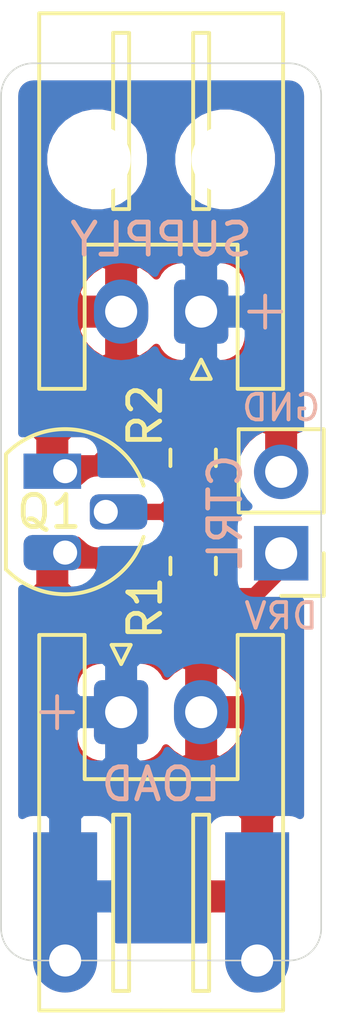
<source format=kicad_pcb>
(kicad_pcb (version 20171130) (host pcbnew "(5.1.6)-1")

  (general
    (thickness 1.6)
    (drawings 14)
    (tracks 4)
    (zones 0)
    (modules 9)
    (nets 6)
  )

  (page A4)
  (layers
    (0 F.Cu signal)
    (31 B.Cu signal)
    (32 B.Adhes user)
    (33 F.Adhes user)
    (34 B.Paste user)
    (35 F.Paste user)
    (36 B.SilkS user)
    (37 F.SilkS user)
    (38 B.Mask user)
    (39 F.Mask user)
    (40 Dwgs.User user)
    (41 Cmts.User user)
    (42 Eco1.User user)
    (43 Eco2.User user)
    (44 Edge.Cuts user)
    (45 Margin user)
    (46 B.CrtYd user)
    (47 F.CrtYd user)
    (48 B.Fab user hide)
    (49 F.Fab user hide)
  )

  (setup
    (last_trace_width 0.25)
    (user_trace_width 0.5)
    (user_trace_width 0.8)
    (user_trace_width 1)
    (trace_clearance 0.2)
    (zone_clearance 0.508)
    (zone_45_only no)
    (trace_min 0.2)
    (via_size 0.8)
    (via_drill 0.4)
    (via_min_size 0.4)
    (via_min_drill 0.3)
    (uvia_size 0.3)
    (uvia_drill 0.1)
    (uvias_allowed no)
    (uvia_min_size 0.2)
    (uvia_min_drill 0.1)
    (edge_width 0.05)
    (segment_width 0.2)
    (pcb_text_width 0.3)
    (pcb_text_size 1.5 1.5)
    (mod_edge_width 0.12)
    (mod_text_size 1 1)
    (mod_text_width 0.15)
    (pad_size 1.524 1.524)
    (pad_drill 0.762)
    (pad_to_mask_clearance 0.05)
    (aux_axis_origin 0 0)
    (visible_elements 7FFFFF7F)
    (pcbplotparams
      (layerselection 0x010fc_ffffffff)
      (usegerberextensions false)
      (usegerberattributes true)
      (usegerberadvancedattributes true)
      (creategerberjobfile true)
      (excludeedgelayer true)
      (linewidth 0.150000)
      (plotframeref false)
      (viasonmask false)
      (mode 1)
      (useauxorigin false)
      (hpglpennumber 1)
      (hpglpenspeed 20)
      (hpglpendiameter 15.000000)
      (psnegative false)
      (psa4output false)
      (plotreference true)
      (plotvalue true)
      (plotinvisibletext false)
      (padsonsilk false)
      (subtractmaskfromsilk false)
      (outputformat 1)
      (mirror false)
      (drillshape 1)
      (scaleselection 1)
      (outputdirectory ""))
  )

  (net 0 "")
  (net 1 "Net-(J1-Pad2)")
  (net 2 "Net-(J1-Pad1)")
  (net 3 "Net-(J2-Pad2)")
  (net 4 +24V)
  (net 5 "Net-(Q1-Pad2)")

  (net_class Default "This is the default net class."
    (clearance 0.2)
    (trace_width 0.25)
    (via_dia 0.8)
    (via_drill 0.4)
    (uvia_dia 0.3)
    (uvia_drill 0.1)
    (add_net +24V)
    (add_net "Net-(J1-Pad1)")
    (add_net "Net-(J1-Pad2)")
    (add_net "Net-(J2-Pad2)")
    (add_net "Net-(Q1-Pad2)")
  )

  (module MountingHole:MountingHole_2.1mm (layer F.Cu) (tedit 5B924765) (tstamp 615405F6)
    (at 73 39)
    (descr "Mounting Hole 2.1mm, no annular")
    (tags "mounting hole 2.1mm no annular")
    (attr virtual)
    (fp_text reference REF** (at 0 -3.2) (layer F.SilkS) hide
      (effects (font (size 1 1) (thickness 0.15)))
    )
    (fp_text value MountingHole_2.1mm (at 0 3.2) (layer F.Fab)
      (effects (font (size 1 1) (thickness 0.15)))
    )
    (fp_circle (center 0 0) (end 2.35 0) (layer F.CrtYd) (width 0.05))
    (fp_circle (center 0 0) (end 2.1 0) (layer Cmts.User) (width 0.15))
    (fp_text user %R (at 0.3 0) (layer F.Fab)
      (effects (font (size 1 1) (thickness 0.15)))
    )
    (pad "" np_thru_hole circle (at 0 0) (size 2.1 2.1) (drill 2.1) (layers *.Cu *.Mask))
  )

  (module MountingHole:MountingHole_2.1mm (layer F.Cu) (tedit 5B924765) (tstamp 615405D9)
    (at 69 39)
    (descr "Mounting Hole 2.1mm, no annular")
    (tags "mounting hole 2.1mm no annular")
    (attr virtual)
    (fp_text reference REF** (at 0 -3.2) (layer F.SilkS) hide
      (effects (font (size 1 1) (thickness 0.15)))
    )
    (fp_text value MountingHole_2.1mm (at 0 3.2) (layer F.Fab)
      (effects (font (size 1 1) (thickness 0.15)))
    )
    (fp_text user %R (at 0.3 0) (layer F.Fab)
      (effects (font (size 1 1) (thickness 0.15)))
    )
    (fp_circle (center 0 0) (end 2.1 0) (layer Cmts.User) (width 0.15))
    (fp_circle (center 0 0) (end 2.35 0) (layer F.CrtYd) (width 0.05))
    (pad "" np_thru_hole circle (at 0 0) (size 2.1 2.1) (drill 2.1) (layers *.Cu *.Mask))
  )

  (module Package_TO_SOT_THT:TO-92_HandSolder (layer F.Cu) (tedit 5A282C46) (tstamp 6151FD3B)
    (at 68 48.73 270)
    (descr "TO-92 leads molded, narrow, drill 0.75mm, handsoldering variant with enlarged pads (see NXP sot054_po.pdf)")
    (tags "to-92 sc-43 sc-43a sot54 PA33 transistor")
    (path /6151EEE9)
    (fp_text reference Q1 (at 1.27 0.5 180) (layer F.SilkS)
      (effects (font (size 1 1) (thickness 0.15)))
    )
    (fp_text value TN0606N3-G (at 1.27 2.79 90) (layer F.Fab)
      (effects (font (size 1 1) (thickness 0.15)))
    )
    (fp_line (start 4 2.01) (end -1.46 2.01) (layer F.CrtYd) (width 0.05))
    (fp_line (start 4 2.01) (end 4 -3.05) (layer F.CrtYd) (width 0.05))
    (fp_line (start -1.45 -3.05) (end -1.46 2.01) (layer F.CrtYd) (width 0.05))
    (fp_line (start -1.46 -3.05) (end 4 -3.05) (layer F.CrtYd) (width 0.05))
    (fp_line (start -0.5 1.75) (end 3 1.75) (layer F.Fab) (width 0.1))
    (fp_line (start -0.53 1.85) (end 3.07 1.85) (layer F.SilkS) (width 0.12))
    (fp_arc (start 1.27 0) (end 2.05 -2.45) (angle 117.6433766) (layer F.SilkS) (width 0.12))
    (fp_arc (start 1.27 0) (end 1.27 -2.48) (angle -135) (layer F.Fab) (width 0.1))
    (fp_arc (start 1.27 0) (end 0.45 -2.45) (angle -116.9632683) (layer F.SilkS) (width 0.12))
    (fp_arc (start 1.27 0) (end 1.27 -2.48) (angle 135) (layer F.Fab) (width 0.1))
    (fp_text user %R (at 1.27 -4.4 90) (layer F.Fab)
      (effects (font (size 1 1) (thickness 0.15)))
    )
    (pad 1 thru_hole rect (at 0 0 270) (size 1.1 1.8) (drill 0.75 (offset 0 0.4)) (layers *.Cu *.Mask)
      (net 1 "Net-(J1-Pad2)"))
    (pad 3 thru_hole roundrect (at 2.54 0 270) (size 1.1 1.8) (drill 0.75 (offset 0 0.4)) (layers *.Cu *.Mask) (roundrect_rratio 0.25)
      (net 3 "Net-(J2-Pad2)"))
    (pad 2 thru_hole roundrect (at 1.27 -1.27 270) (size 1.1 1.8) (drill 0.75 (offset 0 -0.4)) (layers *.Cu *.Mask) (roundrect_rratio 0.25)
      (net 5 "Net-(Q1-Pad2)"))
    (model ${KISYS3DMOD}/Package_TO_SOT_THT.3dshapes/TO-92.wrl
      (at (xyz 0 0 0))
      (scale (xyz 1 1 1))
      (rotate (xyz 0 0 0))
    )
  )

  (module 24v-relay-fet:led-connector (layer B.Cu) (tedit 6153A224) (tstamp 6154BF1A)
    (at 71 62)
    (path /6153A3F0)
    (fp_text reference J4 (at 0 -0.5) (layer B.SilkS) hide
      (effects (font (size 1 1) (thickness 0.15)) (justify mirror))
    )
    (fp_text value LOAD_LED (at 0 0.5) (layer B.Fab)
      (effects (font (size 1 1) (thickness 0.15)) (justify mirror))
    )
    (pad 2 thru_hole circle (at 3 2) (size 2 2) (drill 1) (layers *.Cu *.Mask)
      (net 3 "Net-(J2-Pad2)"))
    (pad 1 thru_hole circle (at -3 2) (size 2 2) (drill 1) (layers *.Cu *.Mask)
      (net 4 +24V))
    (pad 1 smd rect (at -3 0) (size 2 4) (layers F.Cu F.Mask)
      (net 4 +24V))
    (pad 2 smd rect (at 3 0) (size 2 4) (layers F.Cu F.Mask)
      (net 3 "Net-(J2-Pad2)"))
    (pad 2 smd rect (at 3 0) (size 2 4) (layers B.Cu B.Mask)
      (net 3 "Net-(J2-Pad2)"))
    (pad 1 smd rect (at -3 0) (size 2 4) (layers B.Cu B.Mask)
      (net 4 +24V))
  )

  (module Resistor_SMD:R_0805_2012Metric (layer F.Cu) (tedit 5B36C52B) (tstamp 6151FD5D)
    (at 72 48.3125 90)
    (descr "Resistor SMD 0805 (2012 Metric), square (rectangular) end terminal, IPC_7351 nominal, (Body size source: https://docs.google.com/spreadsheets/d/1BsfQQcO9C6DZCsRaXUlFlo91Tg2WpOkGARC1WS5S8t0/edit?usp=sharing), generated with kicad-footprint-generator")
    (tags resistor)
    (path /61524B1D)
    (attr smd)
    (fp_text reference R2 (at 1.3125 -1.5 90) (layer F.SilkS)
      (effects (font (size 1 1) (thickness 0.15)))
    )
    (fp_text value 10k (at 0 1.65 90) (layer F.Fab)
      (effects (font (size 1 1) (thickness 0.15)))
    )
    (fp_line (start -1 0.6) (end -1 -0.6) (layer F.Fab) (width 0.1))
    (fp_line (start -1 -0.6) (end 1 -0.6) (layer F.Fab) (width 0.1))
    (fp_line (start 1 -0.6) (end 1 0.6) (layer F.Fab) (width 0.1))
    (fp_line (start 1 0.6) (end -1 0.6) (layer F.Fab) (width 0.1))
    (fp_line (start -0.258578 -0.71) (end 0.258578 -0.71) (layer F.SilkS) (width 0.12))
    (fp_line (start -0.258578 0.71) (end 0.258578 0.71) (layer F.SilkS) (width 0.12))
    (fp_line (start -1.68 0.95) (end -1.68 -0.95) (layer F.CrtYd) (width 0.05))
    (fp_line (start -1.68 -0.95) (end 1.68 -0.95) (layer F.CrtYd) (width 0.05))
    (fp_line (start 1.68 -0.95) (end 1.68 0.95) (layer F.CrtYd) (width 0.05))
    (fp_line (start 1.68 0.95) (end -1.68 0.95) (layer F.CrtYd) (width 0.05))
    (fp_text user %R (at 0 0 90) (layer F.Fab)
      (effects (font (size 0.5 0.5) (thickness 0.08)))
    )
    (pad 2 smd roundrect (at 0.9375 0 90) (size 0.975 1.4) (layers F.Cu F.Paste F.Mask) (roundrect_rratio 0.25)
      (net 1 "Net-(J1-Pad2)"))
    (pad 1 smd roundrect (at -0.9375 0 90) (size 0.975 1.4) (layers F.Cu F.Paste F.Mask) (roundrect_rratio 0.25)
      (net 5 "Net-(Q1-Pad2)"))
    (model ${KISYS3DMOD}/Resistor_SMD.3dshapes/R_0805_2012Metric.wrl
      (at (xyz 0 0 0))
      (scale (xyz 1 1 1))
      (rotate (xyz 0 0 0))
    )
  )

  (module Resistor_SMD:R_0805_2012Metric (layer F.Cu) (tedit 5B36C52B) (tstamp 61520380)
    (at 72 51.6875 270)
    (descr "Resistor SMD 0805 (2012 Metric), square (rectangular) end terminal, IPC_7351 nominal, (Body size source: https://docs.google.com/spreadsheets/d/1BsfQQcO9C6DZCsRaXUlFlo91Tg2WpOkGARC1WS5S8t0/edit?usp=sharing), generated with kicad-footprint-generator")
    (tags resistor)
    (path /61525477)
    (attr smd)
    (fp_text reference R1 (at 1.3125 1.5 90) (layer F.SilkS)
      (effects (font (size 1 1) (thickness 0.15)))
    )
    (fp_text value 1k (at 0 1.65 90) (layer F.Fab)
      (effects (font (size 1 1) (thickness 0.15)))
    )
    (fp_line (start -1 0.6) (end -1 -0.6) (layer F.Fab) (width 0.1))
    (fp_line (start -1 -0.6) (end 1 -0.6) (layer F.Fab) (width 0.1))
    (fp_line (start 1 -0.6) (end 1 0.6) (layer F.Fab) (width 0.1))
    (fp_line (start 1 0.6) (end -1 0.6) (layer F.Fab) (width 0.1))
    (fp_line (start -0.258578 -0.71) (end 0.258578 -0.71) (layer F.SilkS) (width 0.12))
    (fp_line (start -0.258578 0.71) (end 0.258578 0.71) (layer F.SilkS) (width 0.12))
    (fp_line (start -1.68 0.95) (end -1.68 -0.95) (layer F.CrtYd) (width 0.05))
    (fp_line (start -1.68 -0.95) (end 1.68 -0.95) (layer F.CrtYd) (width 0.05))
    (fp_line (start 1.68 -0.95) (end 1.68 0.95) (layer F.CrtYd) (width 0.05))
    (fp_line (start 1.68 0.95) (end -1.68 0.95) (layer F.CrtYd) (width 0.05))
    (fp_text user %R (at 0 0 90) (layer F.Fab)
      (effects (font (size 0.5 0.5) (thickness 0.08)))
    )
    (pad 2 smd roundrect (at 0.9375 0 270) (size 0.975 1.4) (layers F.Cu F.Paste F.Mask) (roundrect_rratio 0.25)
      (net 2 "Net-(J1-Pad1)"))
    (pad 1 smd roundrect (at -0.9375 0 270) (size 0.975 1.4) (layers F.Cu F.Paste F.Mask) (roundrect_rratio 0.25)
      (net 5 "Net-(Q1-Pad2)"))
    (model ${KISYS3DMOD}/Resistor_SMD.3dshapes/R_0805_2012Metric.wrl
      (at (xyz 0 0 0))
      (scale (xyz 1 1 1))
      (rotate (xyz 0 0 0))
    )
  )

  (module Connector_JST:JST_XH_S2B-XH-A_1x02_P2.50mm_Horizontal (layer F.Cu) (tedit 5C281475) (tstamp 6151FD29)
    (at 72.25 43.75 180)
    (descr "JST XH series connector, S2B-XH-A (http://www.jst-mfg.com/product/pdf/eng/eXH.pdf), generated with kicad-footprint-generator")
    (tags "connector JST XH horizontal")
    (path /6152043A)
    (fp_text reference J3 (at 1.25 -3.5) (layer F.SilkS) hide
      (effects (font (size 1 1) (thickness 0.15)))
    )
    (fp_text value SUPPLY (at 1.25 2.25 180) (layer B.SilkS)
      (effects (font (size 1 1) (thickness 0.15)) (justify mirror))
    )
    (fp_line (start -2.95 -2.8) (end -2.95 9.7) (layer F.CrtYd) (width 0.05))
    (fp_line (start -2.95 9.7) (end 5.45 9.7) (layer F.CrtYd) (width 0.05))
    (fp_line (start 5.45 9.7) (end 5.45 -2.8) (layer F.CrtYd) (width 0.05))
    (fp_line (start 5.45 -2.8) (end -2.95 -2.8) (layer F.CrtYd) (width 0.05))
    (fp_line (start 1.25 9.31) (end -2.56 9.31) (layer F.SilkS) (width 0.12))
    (fp_line (start -2.56 9.31) (end -2.56 -2.41) (layer F.SilkS) (width 0.12))
    (fp_line (start -2.56 -2.41) (end -1.14 -2.41) (layer F.SilkS) (width 0.12))
    (fp_line (start -1.14 -2.41) (end -1.14 2.09) (layer F.SilkS) (width 0.12))
    (fp_line (start -1.14 2.09) (end 1.25 2.09) (layer F.SilkS) (width 0.12))
    (fp_line (start 1.25 9.31) (end 5.06 9.31) (layer F.SilkS) (width 0.12))
    (fp_line (start 5.06 9.31) (end 5.06 -2.41) (layer F.SilkS) (width 0.12))
    (fp_line (start 5.06 -2.41) (end 3.64 -2.41) (layer F.SilkS) (width 0.12))
    (fp_line (start 3.64 -2.41) (end 3.64 2.09) (layer F.SilkS) (width 0.12))
    (fp_line (start 3.64 2.09) (end 1.25 2.09) (layer F.SilkS) (width 0.12))
    (fp_line (start 1.25 9.2) (end -2.45 9.2) (layer F.Fab) (width 0.1))
    (fp_line (start -2.45 9.2) (end -2.45 -2.3) (layer F.Fab) (width 0.1))
    (fp_line (start -2.45 -2.3) (end -1.25 -2.3) (layer F.Fab) (width 0.1))
    (fp_line (start -1.25 -2.3) (end -1.25 2.2) (layer F.Fab) (width 0.1))
    (fp_line (start -1.25 2.2) (end 1.25 2.2) (layer F.Fab) (width 0.1))
    (fp_line (start 1.25 9.2) (end 4.95 9.2) (layer F.Fab) (width 0.1))
    (fp_line (start 4.95 9.2) (end 4.95 -2.3) (layer F.Fab) (width 0.1))
    (fp_line (start 4.95 -2.3) (end 3.75 -2.3) (layer F.Fab) (width 0.1))
    (fp_line (start 3.75 -2.3) (end 3.75 2.2) (layer F.Fab) (width 0.1))
    (fp_line (start 3.75 2.2) (end 1.25 2.2) (layer F.Fab) (width 0.1))
    (fp_line (start -0.25 3.2) (end -0.25 8.7) (layer F.SilkS) (width 0.12))
    (fp_line (start -0.25 8.7) (end 0.25 8.7) (layer F.SilkS) (width 0.12))
    (fp_line (start 0.25 8.7) (end 0.25 3.2) (layer F.SilkS) (width 0.12))
    (fp_line (start 0.25 3.2) (end -0.25 3.2) (layer F.SilkS) (width 0.12))
    (fp_line (start 2.25 3.2) (end 2.25 8.7) (layer F.SilkS) (width 0.12))
    (fp_line (start 2.25 8.7) (end 2.75 8.7) (layer F.SilkS) (width 0.12))
    (fp_line (start 2.75 8.7) (end 2.75 3.2) (layer F.SilkS) (width 0.12))
    (fp_line (start 2.75 3.2) (end 2.25 3.2) (layer F.SilkS) (width 0.12))
    (fp_line (start 0 -1.5) (end -0.3 -2.1) (layer F.SilkS) (width 0.12))
    (fp_line (start -0.3 -2.1) (end 0.3 -2.1) (layer F.SilkS) (width 0.12))
    (fp_line (start 0.3 -2.1) (end 0 -1.5) (layer F.SilkS) (width 0.12))
    (fp_line (start -0.625 2.2) (end 0 1.2) (layer F.Fab) (width 0.1))
    (fp_line (start 0 1.2) (end 0.625 2.2) (layer F.Fab) (width 0.1))
    (fp_text user %R (at 1.25 3.45) (layer F.Fab)
      (effects (font (size 1 1) (thickness 0.15)))
    )
    (pad 2 thru_hole oval (at 2.5 0 180) (size 1.7 2) (drill 1) (layers *.Cu *.Mask)
      (net 1 "Net-(J1-Pad2)"))
    (pad 1 thru_hole roundrect (at 0 0 180) (size 1.7 2) (drill 1) (layers *.Cu *.Mask) (roundrect_rratio 0.147059)
      (net 4 +24V))
    (model ${KISYS3DMOD}/Connector_JST.3dshapes/JST_XH_S2B-XH-A_1x02_P2.50mm_Horizontal.wrl
      (at (xyz 0 0 0))
      (scale (xyz 1 1 1))
      (rotate (xyz 0 0 0))
    )
  )

  (module Connector_JST:JST_XH_S2B-XH-A_1x02_P2.50mm_Horizontal (layer F.Cu) (tedit 5C281475) (tstamp 6151FCFD)
    (at 69.75 56.25)
    (descr "JST XH series connector, S2B-XH-A (http://www.jst-mfg.com/product/pdf/eng/eXH.pdf), generated with kicad-footprint-generator")
    (tags "connector JST XH horizontal")
    (path /6151F984)
    (fp_text reference J2 (at 1.25 -3.5) (layer F.SilkS) hide
      (effects (font (size 1 1) (thickness 0.15)))
    )
    (fp_text value LOAD (at 1.25 2.25) (layer B.SilkS)
      (effects (font (size 1 1) (thickness 0.15)) (justify mirror))
    )
    (fp_line (start -2.95 -2.8) (end -2.95 9.7) (layer F.CrtYd) (width 0.05))
    (fp_line (start -2.95 9.7) (end 5.45 9.7) (layer F.CrtYd) (width 0.05))
    (fp_line (start 5.45 9.7) (end 5.45 -2.8) (layer F.CrtYd) (width 0.05))
    (fp_line (start 5.45 -2.8) (end -2.95 -2.8) (layer F.CrtYd) (width 0.05))
    (fp_line (start 1.25 9.31) (end -2.56 9.31) (layer F.SilkS) (width 0.12))
    (fp_line (start -2.56 9.31) (end -2.56 -2.41) (layer F.SilkS) (width 0.12))
    (fp_line (start -2.56 -2.41) (end -1.14 -2.41) (layer F.SilkS) (width 0.12))
    (fp_line (start -1.14 -2.41) (end -1.14 2.09) (layer F.SilkS) (width 0.12))
    (fp_line (start -1.14 2.09) (end 1.25 2.09) (layer F.SilkS) (width 0.12))
    (fp_line (start 1.25 9.31) (end 5.06 9.31) (layer F.SilkS) (width 0.12))
    (fp_line (start 5.06 9.31) (end 5.06 -2.41) (layer F.SilkS) (width 0.12))
    (fp_line (start 5.06 -2.41) (end 3.64 -2.41) (layer F.SilkS) (width 0.12))
    (fp_line (start 3.64 -2.41) (end 3.64 2.09) (layer F.SilkS) (width 0.12))
    (fp_line (start 3.64 2.09) (end 1.25 2.09) (layer F.SilkS) (width 0.12))
    (fp_line (start 1.25 9.2) (end -2.45 9.2) (layer F.Fab) (width 0.1))
    (fp_line (start -2.45 9.2) (end -2.45 -2.3) (layer F.Fab) (width 0.1))
    (fp_line (start -2.45 -2.3) (end -1.25 -2.3) (layer F.Fab) (width 0.1))
    (fp_line (start -1.25 -2.3) (end -1.25 2.2) (layer F.Fab) (width 0.1))
    (fp_line (start -1.25 2.2) (end 1.25 2.2) (layer F.Fab) (width 0.1))
    (fp_line (start 1.25 9.2) (end 4.95 9.2) (layer F.Fab) (width 0.1))
    (fp_line (start 4.95 9.2) (end 4.95 -2.3) (layer F.Fab) (width 0.1))
    (fp_line (start 4.95 -2.3) (end 3.75 -2.3) (layer F.Fab) (width 0.1))
    (fp_line (start 3.75 -2.3) (end 3.75 2.2) (layer F.Fab) (width 0.1))
    (fp_line (start 3.75 2.2) (end 1.25 2.2) (layer F.Fab) (width 0.1))
    (fp_line (start -0.25 3.2) (end -0.25 8.7) (layer F.SilkS) (width 0.12))
    (fp_line (start -0.25 8.7) (end 0.25 8.7) (layer F.SilkS) (width 0.12))
    (fp_line (start 0.25 8.7) (end 0.25 3.2) (layer F.SilkS) (width 0.12))
    (fp_line (start 0.25 3.2) (end -0.25 3.2) (layer F.SilkS) (width 0.12))
    (fp_line (start 2.25 3.2) (end 2.25 8.7) (layer F.SilkS) (width 0.12))
    (fp_line (start 2.25 8.7) (end 2.75 8.7) (layer F.SilkS) (width 0.12))
    (fp_line (start 2.75 8.7) (end 2.75 3.2) (layer F.SilkS) (width 0.12))
    (fp_line (start 2.75 3.2) (end 2.25 3.2) (layer F.SilkS) (width 0.12))
    (fp_line (start 0 -1.5) (end -0.3 -2.1) (layer F.SilkS) (width 0.12))
    (fp_line (start -0.3 -2.1) (end 0.3 -2.1) (layer F.SilkS) (width 0.12))
    (fp_line (start 0.3 -2.1) (end 0 -1.5) (layer F.SilkS) (width 0.12))
    (fp_line (start -0.625 2.2) (end 0 1.2) (layer F.Fab) (width 0.1))
    (fp_line (start 0 1.2) (end 0.625 2.2) (layer F.Fab) (width 0.1))
    (fp_text user %R (at 1.25 3.45) (layer F.Fab)
      (effects (font (size 1 1) (thickness 0.15)))
    )
    (pad 2 thru_hole oval (at 2.5 0) (size 1.7 2) (drill 1) (layers *.Cu *.Mask)
      (net 3 "Net-(J2-Pad2)"))
    (pad 1 thru_hole roundrect (at 0 0) (size 1.7 2) (drill 1) (layers *.Cu *.Mask) (roundrect_rratio 0.147059)
      (net 4 +24V))
    (model ${KISYS3DMOD}/Connector_JST.3dshapes/JST_XH_S2B-XH-A_1x02_P2.50mm_Horizontal.wrl
      (at (xyz 0 0 0))
      (scale (xyz 1 1 1))
      (rotate (xyz 0 0 0))
    )
  )

  (module Connector_PinHeader_2.54mm:PinHeader_1x02_P2.54mm_Vertical (layer F.Cu) (tedit 59FED5CC) (tstamp 6151FCD1)
    (at 74.75 51.29 180)
    (descr "Through hole straight pin header, 1x02, 2.54mm pitch, single row")
    (tags "Through hole pin header THT 1x02 2.54mm single row")
    (path /615260E7)
    (fp_text reference J1 (at 0 -2.33) (layer F.SilkS) hide
      (effects (font (size 1 1) (thickness 0.15)))
    )
    (fp_text value CTRL (at 1.75 1.29 90) (layer B.SilkS)
      (effects (font (size 1 1) (thickness 0.15)) (justify mirror))
    )
    (fp_line (start -0.635 -1.27) (end 1.27 -1.27) (layer F.Fab) (width 0.1))
    (fp_line (start 1.27 -1.27) (end 1.27 3.81) (layer F.Fab) (width 0.1))
    (fp_line (start 1.27 3.81) (end -1.27 3.81) (layer F.Fab) (width 0.1))
    (fp_line (start -1.27 3.81) (end -1.27 -0.635) (layer F.Fab) (width 0.1))
    (fp_line (start -1.27 -0.635) (end -0.635 -1.27) (layer F.Fab) (width 0.1))
    (fp_line (start -1.33 3.87) (end 1.33 3.87) (layer F.SilkS) (width 0.12))
    (fp_line (start -1.33 1.27) (end -1.33 3.87) (layer F.SilkS) (width 0.12))
    (fp_line (start 1.33 1.27) (end 1.33 3.87) (layer F.SilkS) (width 0.12))
    (fp_line (start -1.33 1.27) (end 1.33 1.27) (layer F.SilkS) (width 0.12))
    (fp_line (start -1.33 0) (end -1.33 -1.33) (layer F.SilkS) (width 0.12))
    (fp_line (start -1.33 -1.33) (end 0 -1.33) (layer F.SilkS) (width 0.12))
    (fp_line (start -1.8 -1.8) (end -1.8 4.35) (layer F.CrtYd) (width 0.05))
    (fp_line (start -1.8 4.35) (end 1.8 4.35) (layer F.CrtYd) (width 0.05))
    (fp_line (start 1.8 4.35) (end 1.8 -1.8) (layer F.CrtYd) (width 0.05))
    (fp_line (start 1.8 -1.8) (end -1.8 -1.8) (layer F.CrtYd) (width 0.05))
    (fp_text user %R (at 0 1.27 90) (layer F.Fab)
      (effects (font (size 1 1) (thickness 0.15)))
    )
    (pad 2 thru_hole oval (at 0 2.54 180) (size 1.7 1.7) (drill 1) (layers *.Cu *.Mask)
      (net 1 "Net-(J1-Pad2)"))
    (pad 1 thru_hole rect (at 0 0 180) (size 1.7 1.7) (drill 1) (layers *.Cu *.Mask)
      (net 2 "Net-(J1-Pad1)"))
    (model ${KISYS3DMOD}/Connector_PinHeader_2.54mm.3dshapes/PinHeader_1x02_P2.54mm_Vertical.wrl
      (at (xyz 0 0 0))
      (scale (xyz 1 1 1))
      (rotate (xyz 0 0 0))
    )
  )

  (gr_arc (start 75 63) (end 75 64) (angle -90) (layer Edge.Cuts) (width 0.05))
  (gr_arc (start 67 63) (end 66 63) (angle -90) (layer Edge.Cuts) (width 0.05))
  (gr_arc (start 67 37) (end 67 36) (angle -90) (layer Edge.Cuts) (width 0.05))
  (gr_arc (start 75 37) (end 76 37) (angle -90) (layer Edge.Cuts) (width 0.05))
  (gr_text DRV (at 74.75 53.25) (layer B.SilkS)
    (effects (font (size 0.8 0.8) (thickness 0.12)) (justify mirror))
  )
  (gr_text GND (at 74.75 46.75) (layer B.SilkS)
    (effects (font (size 0.8 0.8) (thickness 0.12)) (justify mirror))
  )
  (gr_line (start 74.25 43.25) (end 74.25 44.25) (layer B.SilkS) (width 0.12) (tstamp 615213B9))
  (gr_line (start 74.75 43.75) (end 73.75 43.75) (layer B.SilkS) (width 0.12) (tstamp 615213B8))
  (gr_line (start 68.25 56.25) (end 67.25 56.25) (layer B.SilkS) (width 0.12))
  (gr_line (start 67.75 55.75) (end 67.75 56.75) (layer B.SilkS) (width 0.12))
  (gr_line (start 66 63) (end 66 37) (layer Edge.Cuts) (width 0.05) (tstamp 615209C3))
  (gr_line (start 75 64) (end 67 64) (layer Edge.Cuts) (width 0.05))
  (gr_line (start 76 37) (end 76 63) (layer Edge.Cuts) (width 0.05))
  (gr_line (start 67 36) (end 75 36) (layer Edge.Cuts) (width 0.05))

  (segment (start 73.915 52.625) (end 75.25 51.29) (width 0.5) (layer F.Cu) (net 2))
  (segment (start 72.5 52.625) (end 73.915 52.625) (width 0.5) (layer F.Cu) (net 2))
  (segment (start 71.75 50) (end 72.5 49.25) (width 0.5) (layer F.Cu) (net 5))
  (segment (start 69.5 50) (end 71.75 50) (width 0.5) (layer F.Cu) (net 5))

  (zone (net 1) (net_name "Net-(J1-Pad2)") (layer F.Cu) (tstamp 0) (hatch edge 0.508)
    (connect_pads (clearance 0.508))
    (min_thickness 0.254)
    (fill yes (arc_segments 32) (thermal_gap 0.508) (thermal_bridge_width 1))
    (polygon
      (pts
        (xy 76 47) (xy 76 50) (xy 66 50) (xy 66 36) (xy 76 36)
      )
    )
    (filled_polygon
      (pts
        (xy 75.065424 36.66958) (xy 75.128356 36.68858) (xy 75.186405 36.719445) (xy 75.237343 36.760989) (xy 75.279248 36.811644)
        (xy 75.310515 36.869471) (xy 75.329956 36.932272) (xy 75.34 37.027835) (xy 75.34 47.389867) (xy 75.123 47.471343)
        (xy 75.123 48.377) (xy 75.143 48.377) (xy 75.143 49.123) (xy 75.123 49.123) (xy 75.123 49.143)
        (xy 74.377 49.143) (xy 74.377 49.123) (xy 74.357 49.123) (xy 74.357 48.377) (xy 74.377 48.377)
        (xy 74.377 47.471343) (xy 74.156732 47.38864) (xy 73.902543 47.530539) (xy 73.680922 47.719301) (xy 73.500385 47.947672)
        (xy 73.430145 48.079101) (xy 73.423882 48.077201) (xy 73.301857 48.065183) (xy 73.323794 47.996729) (xy 73.335 47.89425)
        (xy 73.17625 47.7355) (xy 72.373 47.7355) (xy 72.373 47.768) (xy 71.627 47.768) (xy 71.627 47.7355)
        (xy 70.82375 47.7355) (xy 70.665 47.89425) (xy 70.676206 47.996729) (xy 70.714379 48.115846) (xy 70.775057 48.225227)
        (xy 70.855908 48.320669) (xy 70.926972 48.377157) (xy 70.920208 48.382708) (xy 70.810542 48.516336) (xy 70.729053 48.668791)
        (xy 70.713765 48.719188) (xy 70.661409 48.765) (xy 69 48.765) (xy 68.876118 48.777201) (xy 68.756996 48.813336)
        (xy 68.647213 48.872017) (xy 68.550987 48.950987) (xy 68.539683 48.964761) (xy 68.537724 48.965808) (xy 68.399361 49.079361)
        (xy 68.379961 49.103) (xy 67.973 49.103) (xy 67.973 49.123) (xy 67.227 49.123) (xy 67.227 49.103)
        (xy 67.207 49.103) (xy 67.207 48.357) (xy 67.227 48.357) (xy 67.227 47.70375) (xy 67.973 47.70375)
        (xy 67.973 48.357) (xy 68.97625 48.357) (xy 69.135 48.19825) (xy 69.138072 48.18) (xy 69.125812 48.055518)
        (xy 69.089502 47.93582) (xy 69.030537 47.825506) (xy 68.951185 47.728815) (xy 68.854494 47.649463) (xy 68.74418 47.590498)
        (xy 68.624482 47.554188) (xy 68.5 47.541928) (xy 68.13175 47.545) (xy 67.973 47.70375) (xy 67.227 47.70375)
        (xy 67.06825 47.545) (xy 66.7 47.541928) (xy 66.66 47.545868) (xy 66.66 46.85575) (xy 70.665 46.85575)
        (xy 70.82375 47.0145) (xy 71.627 47.0145) (xy 71.627 46.41125) (xy 72.373 46.41125) (xy 72.373 47.0145)
        (xy 73.17625 47.0145) (xy 73.335 46.85575) (xy 73.323794 46.753271) (xy 73.285621 46.634154) (xy 73.224943 46.524773)
        (xy 73.144092 46.429331) (xy 73.046174 46.351497) (xy 72.934954 46.294261) (xy 72.814704 46.259823) (xy 72.690046 46.249506)
        (xy 72.53175 46.2525) (xy 72.373 46.41125) (xy 71.627 46.41125) (xy 71.46825 46.2525) (xy 71.309954 46.249506)
        (xy 71.185296 46.259823) (xy 71.065046 46.294261) (xy 70.953826 46.351497) (xy 70.855908 46.429331) (xy 70.775057 46.524773)
        (xy 70.714379 46.634154) (xy 70.676206 46.753271) (xy 70.665 46.85575) (xy 66.66 46.85575) (xy 66.66 44.348138)
        (xy 68.346087 44.348138) (xy 68.46049 44.613417) (xy 68.624448 44.85128) (xy 68.831661 45.052586) (xy 69.074165 45.209598)
        (xy 69.156735 45.261345) (xy 69.377 45.172718) (xy 69.377 44.123) (xy 68.452017 44.123) (xy 68.346087 44.348138)
        (xy 66.66 44.348138) (xy 66.66 43.151862) (xy 68.346087 43.151862) (xy 68.452017 43.377) (xy 69.377 43.377)
        (xy 69.377 42.327282) (xy 70.123 42.327282) (xy 70.123 43.377) (xy 70.143 43.377) (xy 70.143 44.123)
        (xy 70.123 44.123) (xy 70.123 45.172718) (xy 70.343265 45.261345) (xy 70.425835 45.209598) (xy 70.668339 45.052586)
        (xy 70.84928 44.876803) (xy 70.911595 44.993386) (xy 71.022038 45.127962) (xy 71.156614 45.238405) (xy 71.31015 45.320472)
        (xy 71.476746 45.371008) (xy 71.65 45.388072) (xy 72.85 45.388072) (xy 73.023254 45.371008) (xy 73.18985 45.320472)
        (xy 73.343386 45.238405) (xy 73.477962 45.127962) (xy 73.588405 44.993386) (xy 73.670472 44.83985) (xy 73.721008 44.673254)
        (xy 73.738072 44.5) (xy 73.738072 43) (xy 73.721008 42.826746) (xy 73.670472 42.66015) (xy 73.588405 42.506614)
        (xy 73.477962 42.372038) (xy 73.343386 42.261595) (xy 73.18985 42.179528) (xy 73.023254 42.128992) (xy 72.85 42.111928)
        (xy 71.65 42.111928) (xy 71.476746 42.128992) (xy 71.31015 42.179528) (xy 71.156614 42.261595) (xy 71.022038 42.372038)
        (xy 70.911595 42.506614) (xy 70.84928 42.623197) (xy 70.668339 42.447414) (xy 70.425835 42.290402) (xy 70.343265 42.238655)
        (xy 70.123 42.327282) (xy 69.377 42.327282) (xy 69.156735 42.238655) (xy 69.074165 42.290402) (xy 68.831661 42.447414)
        (xy 68.624448 42.64872) (xy 68.46049 42.886583) (xy 68.346087 43.151862) (xy 66.66 43.151862) (xy 66.66 38.834042)
        (xy 67.315 38.834042) (xy 67.315 39.165958) (xy 67.379754 39.491496) (xy 67.506772 39.798147) (xy 67.691175 40.074125)
        (xy 67.925875 40.308825) (xy 68.201853 40.493228) (xy 68.508504 40.620246) (xy 68.834042 40.685) (xy 69.165958 40.685)
        (xy 69.491496 40.620246) (xy 69.798147 40.493228) (xy 70.074125 40.308825) (xy 70.308825 40.074125) (xy 70.493228 39.798147)
        (xy 70.620246 39.491496) (xy 70.685 39.165958) (xy 70.685 38.834042) (xy 71.315 38.834042) (xy 71.315 39.165958)
        (xy 71.379754 39.491496) (xy 71.506772 39.798147) (xy 71.691175 40.074125) (xy 71.925875 40.308825) (xy 72.201853 40.493228)
        (xy 72.508504 40.620246) (xy 72.834042 40.685) (xy 73.165958 40.685) (xy 73.491496 40.620246) (xy 73.798147 40.493228)
        (xy 74.074125 40.308825) (xy 74.308825 40.074125) (xy 74.493228 39.798147) (xy 74.620246 39.491496) (xy 74.685 39.165958)
        (xy 74.685 38.834042) (xy 74.620246 38.508504) (xy 74.493228 38.201853) (xy 74.308825 37.925875) (xy 74.074125 37.691175)
        (xy 73.798147 37.506772) (xy 73.491496 37.379754) (xy 73.165958 37.315) (xy 72.834042 37.315) (xy 72.508504 37.379754)
        (xy 72.201853 37.506772) (xy 71.925875 37.691175) (xy 71.691175 37.925875) (xy 71.506772 38.201853) (xy 71.379754 38.508504)
        (xy 71.315 38.834042) (xy 70.685 38.834042) (xy 70.620246 38.508504) (xy 70.493228 38.201853) (xy 70.308825 37.925875)
        (xy 70.074125 37.691175) (xy 69.798147 37.506772) (xy 69.491496 37.379754) (xy 69.165958 37.315) (xy 68.834042 37.315)
        (xy 68.508504 37.379754) (xy 68.201853 37.506772) (xy 67.925875 37.691175) (xy 67.691175 37.925875) (xy 67.506772 38.201853)
        (xy 67.379754 38.508504) (xy 67.315 38.834042) (xy 66.66 38.834042) (xy 66.66 37.032279) (xy 66.66958 36.934576)
        (xy 66.68858 36.871644) (xy 66.719445 36.813595) (xy 66.760989 36.762657) (xy 66.811644 36.720752) (xy 66.869471 36.689485)
        (xy 66.932272 36.670044) (xy 67.027835 36.66) (xy 74.967721 36.66)
      )
    )
  )
  (zone (net 3) (net_name "Net-(J2-Pad2)") (layer F.Cu) (tstamp 0) (hatch edge 0.508)
    (connect_pads (clearance 0.508))
    (min_thickness 0.254)
    (fill yes (arc_segments 32) (thermal_gap 0.508) (thermal_bridge_width 1))
    (polygon
      (pts
        (xy 76 54) (xy 76 64) (xy 66 64) (xy 66 50) (xy 76 50)
      )
    )
    (filled_polygon
      (pts
        (xy 67.973 50.897) (xy 68.379961 50.897) (xy 68.399361 50.920639) (xy 68.537724 51.034192) (xy 68.539683 51.035239)
        (xy 68.550987 51.049013) (xy 68.647213 51.127983) (xy 68.756996 51.186664) (xy 68.876118 51.222799) (xy 69 51.235)
        (xy 70.661409 51.235) (xy 70.713765 51.280812) (xy 70.729053 51.331209) (xy 70.810542 51.483664) (xy 70.920208 51.617292)
        (xy 71.005756 51.6875) (xy 70.920208 51.757708) (xy 70.810542 51.891336) (xy 70.729053 52.043791) (xy 70.678872 52.209215)
        (xy 70.661928 52.38125) (xy 70.661928 52.86875) (xy 70.678872 53.040785) (xy 70.729053 53.206209) (xy 70.810542 53.358664)
        (xy 70.920208 53.492292) (xy 71.053836 53.601958) (xy 71.206291 53.683447) (xy 71.371715 53.733628) (xy 71.54375 53.750572)
        (xy 72.45625 53.750572) (xy 72.628285 53.733628) (xy 72.793709 53.683447) (xy 72.946164 53.601958) (xy 73.058215 53.51)
        (xy 73.871531 53.51) (xy 73.915 53.514281) (xy 73.958469 53.51) (xy 73.958477 53.51) (xy 74.08849 53.497195)
        (xy 74.255313 53.446589) (xy 74.409059 53.364411) (xy 74.543817 53.253817) (xy 74.571534 53.220044) (xy 75.013506 52.778072)
        (xy 75.340001 52.778072) (xy 75.340001 59.461716) (xy 75.24418 59.410498) (xy 75.124482 59.374188) (xy 75 59.361928)
        (xy 74.53175 59.365) (xy 74.373 59.52375) (xy 74.373 61.627) (xy 74.393 61.627) (xy 74.393 62.373)
        (xy 74.373 62.373) (xy 74.373 62.393) (xy 74.338197 62.393) (xy 74.331123 62.390803) (xy 74.010822 62.357125)
        (xy 73.690105 62.386582) (xy 73.668434 62.393) (xy 73.627 62.393) (xy 73.627 62.373) (xy 72.52375 62.373)
        (xy 72.365 62.53175) (xy 72.363309 63.34) (xy 69.638072 63.34) (xy 69.638072 60) (xy 72.361928 60)
        (xy 72.365 61.46825) (xy 72.52375 61.627) (xy 73.627 61.627) (xy 73.627 59.52375) (xy 73.46825 59.365)
        (xy 73 59.361928) (xy 72.875518 59.374188) (xy 72.75582 59.410498) (xy 72.645506 59.469463) (xy 72.548815 59.548815)
        (xy 72.469463 59.645506) (xy 72.410498 59.75582) (xy 72.374188 59.875518) (xy 72.361928 60) (xy 69.638072 60)
        (xy 69.625812 59.875518) (xy 69.589502 59.75582) (xy 69.530537 59.645506) (xy 69.451185 59.548815) (xy 69.354494 59.469463)
        (xy 69.24418 59.410498) (xy 69.124482 59.374188) (xy 69 59.361928) (xy 67 59.361928) (xy 66.875518 59.374188)
        (xy 66.75582 59.410498) (xy 66.66 59.461716) (xy 66.66 55.5) (xy 68.261928 55.5) (xy 68.261928 57)
        (xy 68.278992 57.173254) (xy 68.329528 57.33985) (xy 68.411595 57.493386) (xy 68.522038 57.627962) (xy 68.656614 57.738405)
        (xy 68.81015 57.820472) (xy 68.976746 57.871008) (xy 69.15 57.888072) (xy 70.35 57.888072) (xy 70.523254 57.871008)
        (xy 70.68985 57.820472) (xy 70.843386 57.738405) (xy 70.977962 57.627962) (xy 71.088405 57.493386) (xy 71.15072 57.376803)
        (xy 71.331661 57.552586) (xy 71.574165 57.709598) (xy 71.656735 57.761345) (xy 71.877 57.672718) (xy 71.877 56.623)
        (xy 72.623 56.623) (xy 72.623 57.672718) (xy 72.843265 57.761345) (xy 72.925835 57.709598) (xy 73.168339 57.552586)
        (xy 73.375552 57.35128) (xy 73.53951 57.113417) (xy 73.653913 56.848138) (xy 73.547983 56.623) (xy 72.623 56.623)
        (xy 71.877 56.623) (xy 71.857 56.623) (xy 71.857 55.877) (xy 71.877 55.877) (xy 71.877 54.827282)
        (xy 72.623 54.827282) (xy 72.623 55.877) (xy 73.547983 55.877) (xy 73.653913 55.651862) (xy 73.53951 55.386583)
        (xy 73.375552 55.14872) (xy 73.168339 54.947414) (xy 72.925835 54.790402) (xy 72.843265 54.738655) (xy 72.623 54.827282)
        (xy 71.877 54.827282) (xy 71.656735 54.738655) (xy 71.574165 54.790402) (xy 71.331661 54.947414) (xy 71.15072 55.123197)
        (xy 71.088405 55.006614) (xy 70.977962 54.872038) (xy 70.843386 54.761595) (xy 70.68985 54.679528) (xy 70.523254 54.628992)
        (xy 70.35 54.611928) (xy 69.15 54.611928) (xy 68.976746 54.628992) (xy 68.81015 54.679528) (xy 68.656614 54.761595)
        (xy 68.522038 54.872038) (xy 68.411595 55.006614) (xy 68.329528 55.16015) (xy 68.278992 55.326746) (xy 68.261928 55.5)
        (xy 66.66 55.5) (xy 66.66 52.454132) (xy 66.7 52.458072) (xy 67.06825 52.455) (xy 67.227 52.29625)
        (xy 67.227 51.643) (xy 67.973 51.643) (xy 67.973 52.29625) (xy 68.13175 52.455) (xy 68.5 52.458072)
        (xy 68.624482 52.445812) (xy 68.74418 52.409502) (xy 68.854494 52.350537) (xy 68.951185 52.271185) (xy 69.030537 52.174494)
        (xy 69.089502 52.06418) (xy 69.125812 51.944482) (xy 69.138072 51.82) (xy 69.135 51.80175) (xy 68.97625 51.643)
        (xy 67.973 51.643) (xy 67.227 51.643) (xy 67.207 51.643) (xy 67.207 50.897) (xy 67.227 50.897)
        (xy 67.227 50.877) (xy 67.973 50.877)
      )
    )
  )
  (zone (net 4) (net_name +24V) (layer B.Cu) (tstamp 0) (hatch edge 0.508)
    (connect_pads (clearance 0.508))
    (min_thickness 0.254)
    (fill yes (arc_segments 32) (thermal_gap 0.508) (thermal_bridge_width 1))
    (polygon
      (pts
        (xy 76 64) (xy 66 64) (xy 66 36) (xy 76 36)
      )
    )
    (filled_polygon
      (pts
        (xy 75.065424 36.66958) (xy 75.128356 36.68858) (xy 75.186405 36.719445) (xy 75.237343 36.760989) (xy 75.279248 36.811644)
        (xy 75.310515 36.869471) (xy 75.329956 36.932272) (xy 75.34 37.027835) (xy 75.34 47.387034) (xy 75.183158 47.322068)
        (xy 74.89626 47.265) (xy 74.60374 47.265) (xy 74.316842 47.322068) (xy 74.046589 47.43401) (xy 73.803368 47.596525)
        (xy 73.596525 47.803368) (xy 73.43401 48.046589) (xy 73.322068 48.316842) (xy 73.265 48.60374) (xy 73.265 48.89626)
        (xy 73.322068 49.183158) (xy 73.43401 49.453411) (xy 73.596525 49.696632) (xy 73.72838 49.828487) (xy 73.65582 49.850498)
        (xy 73.545506 49.909463) (xy 73.448815 49.988815) (xy 73.369463 50.085506) (xy 73.310498 50.19582) (xy 73.274188 50.315518)
        (xy 73.261928 50.44) (xy 73.261928 52.14) (xy 73.274188 52.264482) (xy 73.310498 52.38418) (xy 73.369463 52.494494)
        (xy 73.448815 52.591185) (xy 73.545506 52.670537) (xy 73.65582 52.729502) (xy 73.775518 52.765812) (xy 73.9 52.778072)
        (xy 75.340001 52.778072) (xy 75.340001 59.461716) (xy 75.24418 59.410498) (xy 75.124482 59.374188) (xy 75 59.361928)
        (xy 73 59.361928) (xy 72.875518 59.374188) (xy 72.75582 59.410498) (xy 72.645506 59.469463) (xy 72.548815 59.548815)
        (xy 72.469463 59.645506) (xy 72.410498 59.75582) (xy 72.374188 59.875518) (xy 72.361928 60) (xy 72.361928 63.34)
        (xy 69.636691 63.34) (xy 69.635 62.53175) (xy 69.47625 62.373) (xy 68.373 62.373) (xy 68.373 62.393)
        (xy 68.338197 62.393) (xy 68.331123 62.390803) (xy 68.010822 62.357125) (xy 67.690105 62.386582) (xy 67.668434 62.393)
        (xy 67.627 62.393) (xy 67.627 62.373) (xy 67.607 62.373) (xy 67.607 61.627) (xy 67.627 61.627)
        (xy 67.627 59.52375) (xy 68.373 59.52375) (xy 68.373 61.627) (xy 69.47625 61.627) (xy 69.635 61.46825)
        (xy 69.638072 60) (xy 69.625812 59.875518) (xy 69.589502 59.75582) (xy 69.530537 59.645506) (xy 69.451185 59.548815)
        (xy 69.354494 59.469463) (xy 69.24418 59.410498) (xy 69.124482 59.374188) (xy 69 59.361928) (xy 68.53175 59.365)
        (xy 68.373 59.52375) (xy 67.627 59.52375) (xy 67.46825 59.365) (xy 67 59.361928) (xy 66.875518 59.374188)
        (xy 66.75582 59.410498) (xy 66.66 59.461716) (xy 66.66 57.25) (xy 68.261928 57.25) (xy 68.274188 57.374482)
        (xy 68.310498 57.49418) (xy 68.369463 57.604494) (xy 68.448815 57.701185) (xy 68.545506 57.780537) (xy 68.65582 57.839502)
        (xy 68.775518 57.875812) (xy 68.9 57.888072) (xy 69.21825 57.885) (xy 69.377 57.72625) (xy 69.377 56.623)
        (xy 68.42375 56.623) (xy 68.265 56.78175) (xy 68.261928 57.25) (xy 66.66 57.25) (xy 66.66 55.25)
        (xy 68.261928 55.25) (xy 68.265 55.71825) (xy 68.42375 55.877) (xy 69.377 55.877) (xy 69.377 54.77375)
        (xy 70.123 54.77375) (xy 70.123 55.877) (xy 70.143 55.877) (xy 70.143 56.623) (xy 70.123 56.623)
        (xy 70.123 57.72625) (xy 70.28175 57.885) (xy 70.6 57.888072) (xy 70.724482 57.875812) (xy 70.84418 57.839502)
        (xy 70.954494 57.780537) (xy 71.051185 57.701185) (xy 71.130537 57.604494) (xy 71.189502 57.49418) (xy 71.200055 57.459392)
        (xy 71.420987 57.640706) (xy 71.678967 57.778599) (xy 71.95889 57.863513) (xy 72.25 57.892185) (xy 72.541111 57.863513)
        (xy 72.821034 57.778599) (xy 73.079014 57.640706) (xy 73.305134 57.455134) (xy 73.490706 57.229014) (xy 73.628599 56.971033)
        (xy 73.713513 56.69111) (xy 73.735 56.472949) (xy 73.735 56.02705) (xy 73.713513 55.808889) (xy 73.628599 55.528966)
        (xy 73.490706 55.270986) (xy 73.305134 55.044866) (xy 73.079013 54.859294) (xy 72.821033 54.721401) (xy 72.54111 54.636487)
        (xy 72.25 54.607815) (xy 71.958889 54.636487) (xy 71.678966 54.721401) (xy 71.420986 54.859294) (xy 71.200055 55.040608)
        (xy 71.189502 55.00582) (xy 71.130537 54.895506) (xy 71.051185 54.798815) (xy 70.954494 54.719463) (xy 70.84418 54.660498)
        (xy 70.724482 54.624188) (xy 70.6 54.611928) (xy 70.28175 54.615) (xy 70.123 54.77375) (xy 69.377 54.77375)
        (xy 69.21825 54.615) (xy 68.9 54.611928) (xy 68.775518 54.624188) (xy 68.65582 54.660498) (xy 68.545506 54.719463)
        (xy 68.448815 54.798815) (xy 68.369463 54.895506) (xy 68.310498 55.00582) (xy 68.274188 55.125518) (xy 68.261928 55.25)
        (xy 66.66 55.25) (xy 66.66 52.39901) (xy 66.796868 52.440528) (xy 66.975 52.458072) (xy 68.225 52.458072)
        (xy 68.403132 52.440528) (xy 68.574418 52.388569) (xy 68.732276 52.304192) (xy 68.870639 52.190639) (xy 68.984192 52.052276)
        (xy 69.068569 51.894418) (xy 69.120528 51.723132) (xy 69.138072 51.545) (xy 69.138072 51.188072) (xy 70.295 51.188072)
        (xy 70.473132 51.170528) (xy 70.644418 51.118569) (xy 70.802276 51.034192) (xy 70.940639 50.920639) (xy 71.054192 50.782276)
        (xy 71.138569 50.624418) (xy 71.190528 50.453132) (xy 71.208072 50.275) (xy 71.208072 49.725) (xy 71.190528 49.546868)
        (xy 71.138569 49.375582) (xy 71.054192 49.217724) (xy 70.940639 49.079361) (xy 70.802276 48.965808) (xy 70.644418 48.881431)
        (xy 70.473132 48.829472) (xy 70.295 48.811928) (xy 69.138072 48.811928) (xy 69.138072 48.18) (xy 69.125812 48.055518)
        (xy 69.089502 47.93582) (xy 69.030537 47.825506) (xy 68.951185 47.728815) (xy 68.854494 47.649463) (xy 68.74418 47.590498)
        (xy 68.624482 47.554188) (xy 68.5 47.541928) (xy 66.7 47.541928) (xy 66.66 47.545868) (xy 66.66 43.52705)
        (xy 68.265 43.52705) (xy 68.265 43.972949) (xy 68.286487 44.19111) (xy 68.371401 44.471033) (xy 68.509294 44.729013)
        (xy 68.694866 44.955134) (xy 68.920986 45.140706) (xy 69.178966 45.278599) (xy 69.458889 45.363513) (xy 69.75 45.392185)
        (xy 70.04111 45.363513) (xy 70.321033 45.278599) (xy 70.579013 45.140706) (xy 70.799945 44.959392) (xy 70.810498 44.99418)
        (xy 70.869463 45.104494) (xy 70.948815 45.201185) (xy 71.045506 45.280537) (xy 71.15582 45.339502) (xy 71.275518 45.375812)
        (xy 71.4 45.388072) (xy 71.71825 45.385) (xy 71.877 45.22625) (xy 71.877 44.123) (xy 72.623 44.123)
        (xy 72.623 45.22625) (xy 72.78175 45.385) (xy 73.1 45.388072) (xy 73.224482 45.375812) (xy 73.34418 45.339502)
        (xy 73.454494 45.280537) (xy 73.551185 45.201185) (xy 73.630537 45.104494) (xy 73.689502 44.99418) (xy 73.725812 44.874482)
        (xy 73.738072 44.75) (xy 73.735 44.28175) (xy 73.57625 44.123) (xy 72.623 44.123) (xy 71.877 44.123)
        (xy 71.857 44.123) (xy 71.857 43.377) (xy 71.877 43.377) (xy 71.877 42.27375) (xy 72.623 42.27375)
        (xy 72.623 43.377) (xy 73.57625 43.377) (xy 73.735 43.21825) (xy 73.738072 42.75) (xy 73.725812 42.625518)
        (xy 73.689502 42.50582) (xy 73.630537 42.395506) (xy 73.551185 42.298815) (xy 73.454494 42.219463) (xy 73.34418 42.160498)
        (xy 73.224482 42.124188) (xy 73.1 42.111928) (xy 72.78175 42.115) (xy 72.623 42.27375) (xy 71.877 42.27375)
        (xy 71.71825 42.115) (xy 71.4 42.111928) (xy 71.275518 42.124188) (xy 71.15582 42.160498) (xy 71.045506 42.219463)
        (xy 70.948815 42.298815) (xy 70.869463 42.395506) (xy 70.810498 42.50582) (xy 70.799945 42.540608) (xy 70.579014 42.359294)
        (xy 70.321034 42.221401) (xy 70.041111 42.136487) (xy 69.75 42.107815) (xy 69.45889 42.136487) (xy 69.178967 42.221401)
        (xy 68.920987 42.359294) (xy 68.694866 42.544866) (xy 68.509294 42.770986) (xy 68.371401 43.028966) (xy 68.286487 43.308889)
        (xy 68.265 43.52705) (xy 66.66 43.52705) (xy 66.66 38.834042) (xy 67.315 38.834042) (xy 67.315 39.165958)
        (xy 67.379754 39.491496) (xy 67.506772 39.798147) (xy 67.691175 40.074125) (xy 67.925875 40.308825) (xy 68.201853 40.493228)
        (xy 68.508504 40.620246) (xy 68.834042 40.685) (xy 69.165958 40.685) (xy 69.491496 40.620246) (xy 69.798147 40.493228)
        (xy 70.074125 40.308825) (xy 70.308825 40.074125) (xy 70.493228 39.798147) (xy 70.620246 39.491496) (xy 70.685 39.165958)
        (xy 70.685 38.834042) (xy 71.315 38.834042) (xy 71.315 39.165958) (xy 71.379754 39.491496) (xy 71.506772 39.798147)
        (xy 71.691175 40.074125) (xy 71.925875 40.308825) (xy 72.201853 40.493228) (xy 72.508504 40.620246) (xy 72.834042 40.685)
        (xy 73.165958 40.685) (xy 73.491496 40.620246) (xy 73.798147 40.493228) (xy 74.074125 40.308825) (xy 74.308825 40.074125)
        (xy 74.493228 39.798147) (xy 74.620246 39.491496) (xy 74.685 39.165958) (xy 74.685 38.834042) (xy 74.620246 38.508504)
        (xy 74.493228 38.201853) (xy 74.308825 37.925875) (xy 74.074125 37.691175) (xy 73.798147 37.506772) (xy 73.491496 37.379754)
        (xy 73.165958 37.315) (xy 72.834042 37.315) (xy 72.508504 37.379754) (xy 72.201853 37.506772) (xy 71.925875 37.691175)
        (xy 71.691175 37.925875) (xy 71.506772 38.201853) (xy 71.379754 38.508504) (xy 71.315 38.834042) (xy 70.685 38.834042)
        (xy 70.620246 38.508504) (xy 70.493228 38.201853) (xy 70.308825 37.925875) (xy 70.074125 37.691175) (xy 69.798147 37.506772)
        (xy 69.491496 37.379754) (xy 69.165958 37.315) (xy 68.834042 37.315) (xy 68.508504 37.379754) (xy 68.201853 37.506772)
        (xy 67.925875 37.691175) (xy 67.691175 37.925875) (xy 67.506772 38.201853) (xy 67.379754 38.508504) (xy 67.315 38.834042)
        (xy 66.66 38.834042) (xy 66.66 37.032279) (xy 66.66958 36.934576) (xy 66.68858 36.871644) (xy 66.719445 36.813595)
        (xy 66.760989 36.762657) (xy 66.811644 36.720752) (xy 66.869471 36.689485) (xy 66.932272 36.670044) (xy 67.027835 36.66)
        (xy 74.967721 36.66)
      )
    )
  )
  (zone (net 5) (net_name "Net-(Q1-Pad2)") (layer F.Cu) (tstamp 0) (hatch edge 0.508)
    (priority 1)
    (connect_pads thru_hole_only (clearance 0.508))
    (min_thickness 0.254)
    (fill yes (arc_segments 32) (thermal_gap 0.508) (thermal_bridge_width 0.508))
    (polygon
      (pts
        (xy 73.3 51.3) (xy 71.7 51.3) (xy 70.9 50.6) (xy 69 50.6) (xy 69 49.4)
        (xy 70.9 49.4) (xy 71.7 48.7) (xy 73.3 48.7)
      )
    )
    (filled_polygon
      (pts
        (xy 73.173 51.173) (xy 71.747718 51.173) (xy 71.192072 50.68681) (xy 71.195812 50.674482) (xy 71.208072 50.55)
        (xy 71.205 50.28575) (xy 71.04625 50.127) (xy 69.797 50.127) (xy 69.797 50.147) (xy 69.543 50.147)
        (xy 69.543 50.127) (xy 69.523 50.127) (xy 69.523 49.873) (xy 69.543 49.873) (xy 69.543 49.853)
        (xy 69.797 49.853) (xy 69.797 49.873) (xy 71.04625 49.873) (xy 71.205 49.71425) (xy 71.208072 49.45)
        (xy 71.195812 49.325518) (xy 71.192072 49.31319) (xy 71.747718 48.827) (xy 73.173 48.827)
      )
    )
  )
  (zone (net 0) (net_name "") (layer F.Cu) (tstamp 0) (hatch edge 0.508)
    (connect_pads thru_hole_only (clearance 0.508))
    (min_thickness 0.254)
    (keepout (tracks allowed) (vias allowed) (copperpour not_allowed))
    (fill (arc_segments 32) (thermal_gap 0.508) (thermal_bridge_width 0.508))
    (polygon
      (pts
        (xy 76 50.5) (xy 73.3 50.5) (xy 73.3 49.5) (xy 76 49.5)
      )
    )
  )
  (zone (net 0) (net_name "") (layer F.Cu) (tstamp 0) (hatch edge 0.508)
    (connect_pads thru_hole_only (clearance 0.508))
    (min_thickness 0.254)
    (keepout (tracks allowed) (vias allowed) (copperpour not_allowed))
    (fill (arc_segments 32) (thermal_gap 0.508) (thermal_bridge_width 0.508))
    (polygon
      (pts
        (xy 69 50.6) (xy 66 50.6) (xy 66 49.5) (xy 69 49.5)
      )
    )
  )
)

</source>
